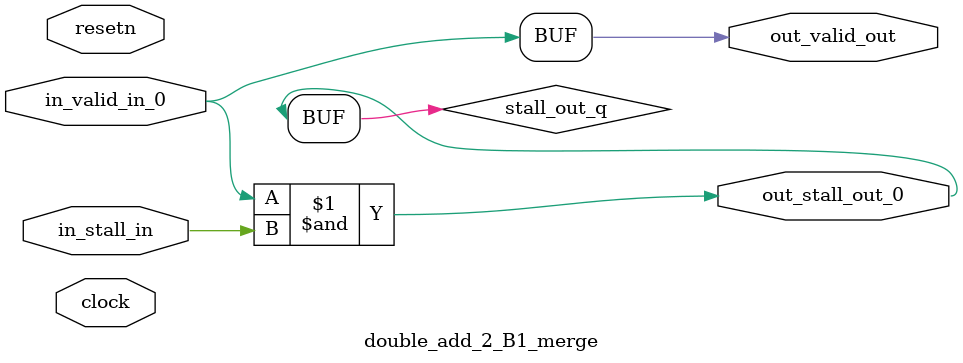
<source format=sv>



(* altera_attribute = "-name AUTO_SHIFT_REGISTER_RECOGNITION OFF; -name MESSAGE_DISABLE 10036; -name MESSAGE_DISABLE 10037; -name MESSAGE_DISABLE 14130; -name MESSAGE_DISABLE 14320; -name MESSAGE_DISABLE 15400; -name MESSAGE_DISABLE 14130; -name MESSAGE_DISABLE 10036; -name MESSAGE_DISABLE 12020; -name MESSAGE_DISABLE 12030; -name MESSAGE_DISABLE 12010; -name MESSAGE_DISABLE 12110; -name MESSAGE_DISABLE 14320; -name MESSAGE_DISABLE 13410; -name MESSAGE_DISABLE 113007; -name MESSAGE_DISABLE 10958" *)
module double_add_2_B1_merge (
    input wire [0:0] in_stall_in,
    input wire [0:0] in_valid_in_0,
    output wire [0:0] out_stall_out_0,
    output wire [0:0] out_valid_out,
    input wire clock,
    input wire resetn
    );

    wire [0:0] stall_out_q;


    // stall_out(LOGICAL,6)
    assign stall_out_q = in_valid_in_0 & in_stall_in;

    // out_stall_out_0(GPOUT,4)
    assign out_stall_out_0 = stall_out_q;

    // out_valid_out(GPOUT,5)
    assign out_valid_out = in_valid_in_0;

endmodule

</source>
